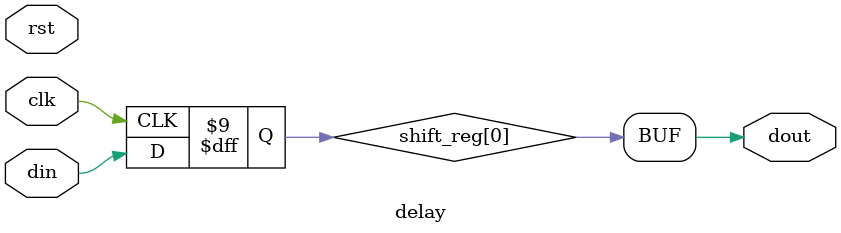
<source format=v>
`timescale 1ns / 1ps
module delay #(parameter DELAY=1, SIZE=1) (
    input clk, rst,
    input [SIZE-1:0] din,
    output [SIZE-1:0] dout
  );
    
  reg [SIZE-1:0] shift_reg [DELAY-1:0];
  
  assign dout = shift_reg[DELAY-1];
  
  integer i;
  
  always @(posedge clk) begin
    //if (DELAY==1) shift_reg[0] <= din;
    //else shift_reg[DELAY-1:0] <= {shift_reg[DELAY-2:0], din};
    if (rst) for (i=(DELAY-1); i>=0; i=i-1) shift_reg[i] <= 0;
    
    if (DELAY==1) shift_reg[0] <= din;
    else for (i=(DELAY-1); i>0; i=i-1) shift_reg[i] <= shift_reg[i-1];
  end

endmodule

</source>
